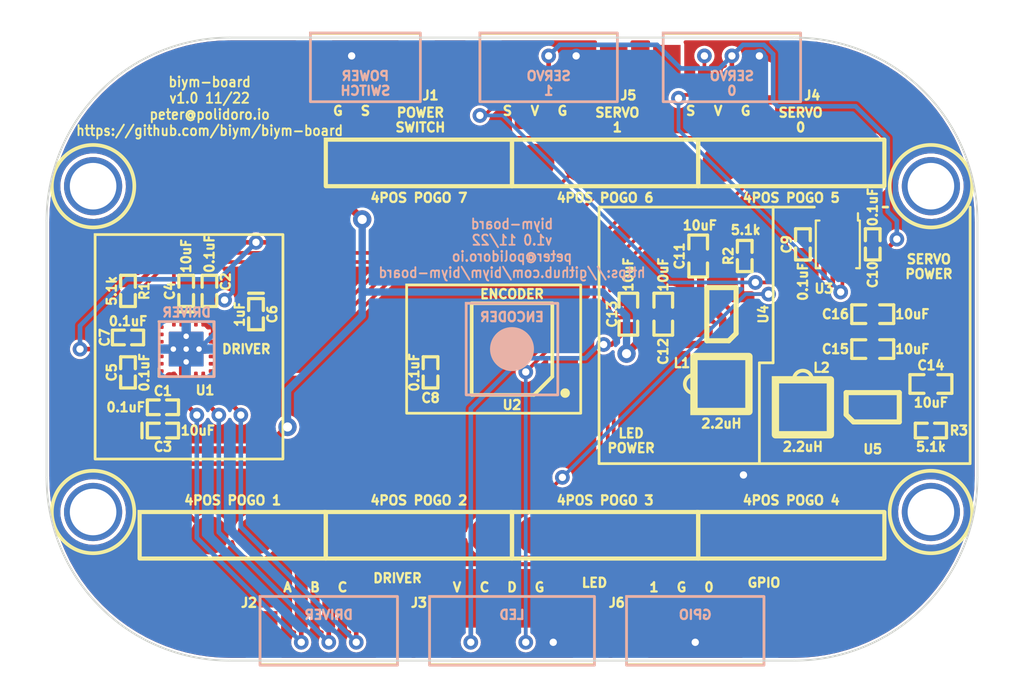
<source format=kicad_pcb>
(kicad_pcb (version 20211014) (generator pcbnew)
  (title_block (title "biym-board") (date "2022-11-19") (rev "1.0") (company "Peter Polidoro"))
  (layers (0 "F.Cu" signal) (31 "B.Cu" signal) (34 "B.Paste" user) (35 "F.Paste" user) (36 "B.SilkS" user "B.Silkscreen") (37 "F.SilkS" user "F.Silkscreen") (38 "B.Mask" user) (39 "F.Mask" user) (44 "Edge.Cuts" user))
  (net 0 "")
  (net 2 "/VDIGITAL")
  (net 3 "/GND")
  (net 4 "/ENCODER_A")
  (net 5 "/ENCODER_B")
  (net 6 "/GPIO_0")
  (net 7 "/GPIO_1")
  (net 8 "/SCK")
  (net 9 "/MOSI")
  (net 10 "/MISO")
  (net 11 "/VSERVO")
  (net 12 "/VLED")
  (net 13 "/~{DRIVER_FAULT}")
  (net 14 "/~{DRIVER_SLEEP}")
  (net 15 "/DRIVER_PWM_A")
  (net 16 "/DRIVER_PWM_B")
  (net 17 "/DRIVER_PWM_C")
  (net 18 "/~{DISABLE_ALL_POWER}")
  (net 19 "/ENABLE_LED_POWER")
  (net 21 "/VBATTERY")
  (net 22 "/SERVO_SIGNAL_0")
  (net 23 "/driver/CP")
  (net 24 "/driver/VDD")
  (net 25 "/driver/CSAREF")
  (net 26 "/~{ENCODER_CS}")
  (net 27 "/SERVO_SIGNAL_1")
  (net 28 "/driver/MOTOR_A")
  (net 29 "/driver/MOTOR_B")
  (net 30 "/driver/MOTOR_C")
  (net 31 "/servo/TRANSLATED_SIGNAL_0")
  (net 32 "/servo/TRANSLATED_SIGNAL_1")
  (net 33 "/ENABLE_SERVO_POWER")
  (net 34 "/power/boost_led/LX")
  (net 35 "/power/boost_servo/LX")
  (footprint "Janelia:SM0603" (layer "F.Cu") (at 146.35 98.095 180)
    (fp_text reference "C13")
    (fp_text value "10uF")
  )
  (footprint "Janelia:SM0402_POL" (layer "F.Cu") (at 122.22 96.825 180)
    (fp_text reference "C4")
    (fp_text value "10uF")
  )
  (footprint "Janelia:JST_ZH_B2B_ZR_SM4_TF_1x02-1MP_P1.50mm_Vertical" (layer "F.Cu") (at 132 85)
    (fp_text reference "J1")
    (fp_text value "HEADER_01X02_JST_ZH_SMD_VERTICAL")
  )
  (footprint "Janelia:JST_ZH_B3B_ZR_SM4_TF_1x03-1MP_P1.50mm_Vertical" (layer "F.Cu") (at 142 85)
    (fp_text reference "J5")
    (fp_text value "HEADER_01X03_JST_ZH_SMD_VERTICAL")
  )
  (footprint "Janelia:SM0402" (layer "F.Cu") (at 119.045 96.825)
    (fp_text reference "R1")
    (fp_text value "5.1k")
  )
  (footprint "Janelia:SM0603" (layer "F.Cu") (at 162.86 101.905 90)
    (fp_text reference "C14")
    (fp_text value "10uF")
  )
  (footprint "Janelia:JST_ZH_B3B_ZR_SM4_TF_1x03-1MP_P1.50mm_Vertical" (layer "F.Cu") (at 130 115 180)
    (fp_text reference "J2")
    (fp_text value "HEADER_01X03_JST_ZH_SMD_VERTICAL")
  )
  (footprint "Janelia:SOT-23-5" (layer "F.Cu") (at 151.43 98.095 180)
    (fp_text reference "U4")
    (fp_text value "BOOST_5V_RP402N501F")
  )
  (footprint "Janelia:SM0402" (layer "F.Cu") (at 120.95 103.175 90)
    (fp_text reference "C1")
    (fp_text value "0.1uF")
  )
  (footprint "Janelia:FEATHERWING_POGO_PINS" (layer "F.Cu") (at 140 100)
    (fp_text reference "FW1")
    (fp_text value "FEATHERWING_nRF52_POGO_PINS")
  )
  (footprint "Janelia:SM0603" (layer "F.Cu") (at 159.685 100 90)
    (fp_text reference "C15")
    (fp_text value "10uF")
  )
  (footprint "Janelia:SM0402" (layer "F.Cu") (at 123.49 96.825 180)
    (fp_text reference "C2")
    (fp_text value "0.1uF")
  )
  (footprint "Janelia:SM0603" (layer "F.Cu") (at 150.16 94.92 180)
    (fp_text reference "C11")
    (fp_text value "10uF")
  )
  (footprint "Janelia:SM0402" (layer "F.Cu") (at 119.045 101.27 180)
    (fp_text reference "C5")
    (fp_text value "0.1uF")
  )
  (footprint "Janelia:SM0402" (layer "F.Cu") (at 119.045 99.365 -90)
    (fp_text reference "C7")
    (fp_text value "0.1uF")
  )
  (footprint "Janelia:SM0603" (layer "F.Cu") (at 159.685 98.095 90)
    (fp_text reference "C16")
    (fp_text value "10uF")
  )
  (footprint "Janelia:JST_ZH_B3B_ZR_SM4_TF_1x03-1MP_P1.50mm_Vertical" (layer "F.Cu") (at 150 115 180)
    (fp_text reference "J6")
    (fp_text value "HEADER_01X03_JST_ZH_SMD_VERTICAL")
  )
  (footprint "Janelia:SM0402" (layer "F.Cu") (at 162.86 104.445 90)
    (fp_text reference "R3")
    (fp_text value "5.1k")
  )
  (footprint "Janelia:SOT-23-5" (layer "F.Cu") (at 159.685 103.175 90)
    (fp_text reference "U5")
    (fp_text value "BOOST_5V_RP402N501F")
  )
  (footprint "Janelia:VSSOP-8_2.4x2.1mm_P0.5mm" (layer "F.Cu") (at 157.78 94.285 -90)
    (fp_text reference "U3")
    (fp_text value "LT_SN74LVC2T45DCUT")
  )
  (footprint "Janelia:INDUCTOR_VLS_HBX" (layer "F.Cu") (at 151.43 101.905)
    (fp_text reference "L1")
    (fp_text value "2.2uH")
  )
  (footprint "Janelia:SM0402" (layer "F.Cu") (at 159.685 94.285 180)
    (fp_text reference "C10")
    (fp_text value "0.1uF")
  )
  (footprint "Janelia:SM0603" (layer "F.Cu") (at 148.255 98.095 180)
    (fp_text reference "C12")
    (fp_text value "10uF")
  )
  (footprint "Janelia:SM0402" (layer "F.Cu") (at 155.875 94.285 180)
    (fp_text reference "C9")
    (fp_text value "0.1uF")
  )
  (footprint "Janelia:SM0402" (layer "F.Cu") (at 135.555 101.27)
    (fp_text reference "C8")
    (fp_text value "0.1uF")
  )
  (footprint "Janelia:SM0402" (layer "F.Cu") (at 152.7 94.92 180)
    (fp_text reference "R2")
    (fp_text value "5.1k")
  )
  (footprint "Janelia:WQFN-24-1EP_3x3mm_P0.4mm_EP1.9x1.9mm_ThermalVias" (layer "F.Cu") (at 122.22 100)
    (fp_text reference "U1")
    (fp_text value "DRV8311H")
  )
  (footprint "Janelia:SM0402_POL" (layer "F.Cu") (at 120.95 104.445 90)
    (fp_text reference "C3")
    (fp_text value "10uF")
  )
  (footprint "Janelia:JST_ZH_B4B_ZR_SM4_TF_1x04-1MP_P1.50mm_Vertical" (layer "F.Cu") (at 140 115 180)
    (fp_text reference "J3")
    (fp_text value "HEADER_01X04_JST_ZH_SMD_VERTICAL")
  )
  (footprint "Janelia:JST_ZH_B3B_ZR_SM4_TF_1x03-1MP_P1.50mm_Vertical" (layer "F.Cu") (at 152 85)
    (fp_text reference "J4")
    (fp_text value "HEADER_01X03_JST_ZH_SMD_VERTICAL")
  )
  (footprint "Janelia:INDUCTOR_VLS_HBX" (layer "F.Cu") (at 155.875 103.175 -90)
    (fp_text reference "L2")
    (fp_text value "2.2uH")
  )
  (footprint "Janelia:SM0402_POL" (layer "F.Cu") (at 126.03 98.095)
    (fp_text reference "C6")
    (fp_text value "1uF")
  )
  (footprint "Janelia:TSSOP-14_4.4x5mm_P0.65mm" (layer "F.Cu") (at 140 100 180)
    (fp_text reference "U2")
    (fp_text value "AS5047P")
  )
  (gr_rect (start 126.25 113.5) (end 133.75 117.25) (layer "B.SilkS") (width 0.15) (fill none))
  (gr_rect (start 137.5 97.5) (end 142.5 102.5) (layer "B.SilkS") (width 0.15) (fill none))
  (gr_rect (start 135.5 113.5) (end 144.5 117.25) (layer "B.SilkS") (width 0.15) (fill none))
  (gr_rect (start 129 82.75) (end 135 86.5) (layer "B.SilkS") (width 0.15) (fill none))
  (gr_rect (start 138.25 82.75) (end 145.75 86.5) (layer "B.SilkS") (width 0.15) (fill none))
  (gr_rect (start 146.25 113.5) (end 153.75 117.25) (layer "B.SilkS") (width 0.15) (fill none))
  (gr_circle (center 140 100) (end 141.1 100) (layer "B.SilkS") (width 0.2) (fill solid))
  (gr_rect (start 148.25 82.75) (end 155.75 86.5) (layer "B.SilkS") (width 0.15) (fill none))
  (gr_rect (start 123.75 98.5) (end 120.75 101.5) (layer "B.SilkS") (width 0.15) (fill none))
  (gr_line (start 154.25 92.25) (end 156.5 92.25) (layer "F.SilkS") (width 0.15))
  (gr_line (start 154.25 100.75) (end 153.5 100.75) (layer "F.SilkS") (width 0.15))
  (gr_line (start 160.25 92.25) (end 160.5 92.25) (layer "F.SilkS") (width 0.15))
  (gr_line (start 153.5 100.75) (end 153.5 106.25) (layer "F.SilkS") (width 0.15))
  (gr_rect (start 134.25 96.5) (end 143.75 103.5) (layer "F.SilkS") (width 0.15) (fill none))
  (gr_line (start 144.75 92.25) (end 154.25 92.25) (layer "F.SilkS") (width 0.15))
  (gr_rect (start 117.25 93.75) (end 127.5 106) (layer "F.SilkS") (width 0.15) (fill none))
  (gr_line (start 153.5 106.25) (end 165 106.25) (layer "F.SilkS") (width 0.15))
  (gr_line (start 144.75 106.25) (end 144.75 92.25) (layer "F.SilkS") (width 0.15))
  (gr_line (start 153.5 106.25) (end 144.75 106.25) (layer "F.SilkS") (width 0.15))
  (gr_line (start 165 106.25) (end 165 92.25) (layer "F.SilkS") (width 0.15))
  (gr_line (start 154.25 92.25) (end 154.25 100.75) (layer "F.SilkS") (width 0.15))
  (gr_line locked (start 124.6 117) (end 155.4 117) (layer "Edge.Cuts") (width 0.1))
  (gr_arc locked (start 165.4 107) (mid 162.471068 114.071068) (end 155.4 117) (layer "Edge.Cuts") (width 0.1))
  (gr_line locked (start 124.6 83) (end 155.4 83) (layer "Edge.Cuts") (width 0.1))
  (gr_arc locked (start 124.6 117) (mid 117.528932 114.071068) (end 114.6 107) (layer "Edge.Cuts") (width 0.1))
  (gr_line locked (start 165.4 93) (end 165.4 107) (layer "Edge.Cuts") (width 0.1))
  (gr_line locked (start 114.6 93) (end 114.6 107) (layer "Edge.Cuts") (width 0.1))
  (gr_arc locked (start 114.6 93) (mid 117.528932 85.928932) (end 124.6 83) (layer "Edge.Cuts") (width 0.1))
  (gr_arc locked (start 155.4 83) (mid 162.471068 85.928932) (end 165.4 93) (layer "Edge.Cuts") (width 0.1))
  (gr_text "LED" (at 140 114.5) (layer "B.SilkS") (effects (font (size 0.5 0.5) (thickness 0.125)) (justify mirror)))
  (gr_text "DRIVER" (at 130 114.5) (layer "B.SilkS") (effects (font (size 0.5 0.5) (thickness 0.125)) (justify mirror)))
  (gr_text "POWER\nSWITCH" (at 132 85.5) (layer "B.SilkS") (effects (font (size 0.5 0.5) (thickness 0.125)) (justify mirror)))
  (gr_text "DRIVER" (at 122.25 98) (layer "B.SilkS") (effects (font (size 0.5 0.5) (thickness 0.125)) (justify mirror)))
  (gr_text "SERVO\n0" (at 152 85.5) (layer "B.SilkS") (effects (font (size 0.5 0.5) (thickness 0.125)) (justify mirror)))
  (gr_text "biym-board\nv1.0 11/22\npeter@polidoro.io\nhttps://github.com/biym/biym-board" (at 140 94.5) (layer "B.SilkS") (effects (font (size 0.55 0.5) (thickness 0.1)) (justify mirror)))
  (gr_text "SERVO\n1" (at 142 85.5) (layer "B.SilkS") (effects (font (size 0.5 0.5) (thickness 0.125)) (justify mirror)))
  (gr_text "GPIO" (at 150 114.5) (layer "B.SilkS") (effects (font (size 0.5 0.5) (thickness 0.125)) (justify mirror)))
  (gr_text "ENCODER" (at 140 98.25) (layer "B.SilkS") (effects (font (size 0.5 0.5) (thickness 0.125)) (justify mirror)))
  (gr_text "LED\nPOWER" (at 146.5 105) (layer "F.SilkS") (effects (font (size 0.5 0.5) (thickness 0.125))))
  (gr_text "SERVO\nPOWER" (at 162.75 95.5) (layer "F.SilkS") (effects (font (size 0.5 0.5) (thickness 0.125))))
  (gr_text "B" (at 129.25 113) (layer "F.SilkS") (effects (font (size 0.5 0.5) (thickness 0.125))))
  (gr_text "G" (at 149.25 113) (layer "F.SilkS") (effects (font (size 0.5 0.5) (thickness 0.125))))
  (gr_text "D" (at 140 113) (layer "F.SilkS") (effects (font (size 0.5 0.5) (thickness 0.125))))
  (gr_text "LED" (at 144.5 112.75) (layer "F.SilkS") (effects (font (size 0.5 0.5) (thickness 0.125))))
  (gr_text "DRIVER" (at 125.5 100) (layer "F.SilkS") (effects (font (size 0.5 0.5) (thickness 0.125))))
  (gr_text "SERVO\n1" (at 145.75 87.5) (layer "F.SilkS") (effects (font (size 0.5 0.5) (thickness 0.125))))
  (gr_text "biym-board\nv1.0 11/22\npeter@polidoro.io\nhttps://github.com/biym/biym-board" (at 123.5 86.75) (layer "F.SilkS") (effects (font (size 0.55 0.5) (thickness 0.1))))
  (gr_text "G" (at 130.5 87) (layer "F.SilkS") (effects (font (size 0.5 0.5) (thickness 0.125))))
  (gr_text "S" (at 132 87) (layer "F.SilkS") (effects (font (size 0.5 0.5) (thickness 0.125))))
  (gr_text "A" (at 127.75 113) (layer "F.SilkS") (effects (font (size 0.5 0.5) (thickness 0.125)) (justify mirror)))
  (gr_text "0" (at 150.75 113) (layer "F.SilkS") (effects (font (size 0.5 0.5) (thickness 0.125))))
  (gr_text "V" (at 137 113) (layer "F.SilkS") (effects (font (size 0.5 0.5) (thickness 0.125)) (justify mirror)))
  (gr_text "S" (at 149.75 87) (layer "F.SilkS") (effects (font (size 0.5 0.5) (thickness 0.125))))
  (gr_text "ENCODER" (at 140 97) (layer "F.SilkS") (effects (font (size 0.5 0.5) (thickness 0.125))))
  (gr_text "SERVO\n0" (at 155.75 87.5) (layer "F.SilkS") (effects (font (size 0.5 0.5) (thickness 0.125))))
  (gr_text "G" (at 152.75 87) (layer "F.SilkS") (effects (font (size 0.5 0.5) (thickness 0.125))))
  (gr_text "S" (at 139.75 87) (layer "F.SilkS") (effects (font (size 0.5 0.5) (thickness 0.125))))
  (gr_text "C" (at 138.5 113) (layer "F.SilkS") (effects (font (size 0.5 0.5) (thickness 0.125))))
  (gr_text "DRIVER" (at 133.75 112.5) (layer "F.SilkS") (effects (font (size 0.5 0.5) (thickness 0.125))))
  (gr_text "G" (at 142.75 87) (layer "F.SilkS") (effects (font (size 0.5 0.5) (thickness 0.125))))
  (gr_text "V" (at 141.25 87) (layer "F.SilkS") (effects (font (size 0.5 0.5) (thickness 0.125))))
  (gr_text "V" (at 151.25 87) (layer "F.SilkS") (effects (font (size 0.5 0.5) (thickness 0.125))))
  (gr_text "1" (at 147.75 113) (layer "F.SilkS") (effects (font (size 0.5 0.5) (thickness 0.125))))
  (gr_text "C" (at 130.75 113) (layer "F.SilkS") (effects (font (size 0.5 0.5) (thickness 0.125))))
  (gr_text "POWER\nSWITCH" (at 135 87.5) (layer "F.SilkS") (effects (font (size 0.5 0.5) (thickness 0.125))))
  (gr_text "GPIO" (at 153.75 112.75) (layer "F.SilkS") (effects (font (size 0.5 0.5) (thickness 0.125))))
  (gr_text "G" (at 141.5 113) (layer "F.SilkS") (effects (font (size 0.5 0.5) (thickness 0.125))))
  (segment (start 137.1375 100.65) (end 135.675 100.65) (width 0.25) (layer "F.Cu") (net 2))
  (segment (start 123.49 110.16) (end 118.599 105.269) (width 0.25) (layer "F.Cu") (net 2))
  (segment (start 160.3917 89.10132) (end 160.3917 90.8733) (width 0.25) (layer "F.Cu") (net 2))
  (segment (start 159.78868 88.4983) (end 160.3917 89.10132) (width 0.25) (layer "F.Cu") (net 2))
  (segment (start 156.0688 94.785) (end 155.875 94.785) (width 0.25) (layer "F.Cu") (net 2))
  (segment (start 131.8254 84.9487) (end 132.2745 84.4996) (width 0.25) (layer "F.Cu") (net 2))
  (segment (start 129.225 89.625) (end 130.3 88.55) (width 0.25) (layer "F.Cu") (net 2))
  (segment (start 132.2745 84.4996) (end 133.2597 84.4996) (width 0.25) (layer "F.Cu") (net 2))
  (segment (start 136.1983 88.4983) (end 159.78868 88.4983) (width 0.25) (layer "F.Cu") (net 2))
  (segment (start 118.2 101.4) (end 118.4 101.2) (width 0.25) (layer "F.Cu") (net 2))
  (segment (start 158.53 92.735) (end 158.53 93.36) (width 0.25) (layer "F.Cu") (net 2))
  (segment (start 123.415 98.8) (end 123.15 98.535) (width 0.25) (layer "F.Cu") (net 2))
  (segment (start 118.47 101.27) (end 120.685 101.27) (width 0.25) (layer "F.Cu") (net 2))
  (segment (start 123.685 99.2) (end 123.685 98.8) (width 0.25) (layer "F.Cu") (net 2))
  (segment (start 131.3945 88.55) (end 131.8254 88.1191) (width 0.25) (layer "F.Cu") (net 2))
  (segment (start 160.3917 90.8733) (end 158.53 92.735) (width 0.25) (layer "F.Cu") (net 2))
  (segment (start 130.3 88.55) (end 131.3945 88.55) (width 0.25) (layer "F.Cu") (net 2))
  (segment (start 123.15 98.535) (end 123.15 97.665) (width 0.25) (layer "F.Cu") (net 2))
  (segment (start 118.4 101.2) (end 117.2 100) (width 0.25) (layer "F.Cu") (net 2))
  (segment (start 137.138 100.325) (end 137.1375 100.3245) (width 0.25) (layer "F.Cu") (net 2))
  (segment (start 133.725 84.9649) (end 133.725 86.025) (width 0.25) (layer "F.Cu") (net 2))
  (segment (start 117.2 100) (end 116.4275 100) (width 0.25) (layer "F.Cu") (net 2))
  (segment (start 133.725 86.025) (end 136.1983 88.4983) (width 0.25) (layer "F.Cu") (net 2))
  (segment (start 137.1375 100.65) (end 137.138 100.65) (width 0.25) (layer "F.Cu") (net 2))
  (segment (start 158.53 93.36) (end 158.455 93.36) (width 0.25) (layer "F.Cu") (net 2))
  (segment (start 118.2 104.87) (end 118.2 101.4) (width 0.25) (layer "F.Cu") (net 2))
  (segment (start 123.685 98.8) (end 123.415 98.8) (width 0.25) (layer "F.Cu") (net 2))
  (segment (start 157.03 95.2412) (end 157.03 94.785) (width 0.25) (layer "F.Cu") (net 2))
  (segment (start 126.03 94.1755) (end 121.817 94.1755) (width 0.25) (layer "F.Cu") (net 2))
  (segment (start 118.4 101.2) (end 118.47 101.27) (width 0.25) (layer "F.Cu") (net 2))
  (segment (start 120.685 101.27) (end 120.755 101.2) (width 0.25) (layer "F.Cu") (net 2))
  (segment (start 123.15 97.665) (end 123.49 97.325) (width 0.25) (layer "F.Cu") (net 2))
  (segment (start 137.138 100.325) (end 137.138 100) (width 0.25) (layer "F.Cu") (net 2))
  (segment (start 137.1375 100.3245) (end 137.1375 100) (width 0.25) (layer "F.Cu") (net 2))
  (segment (start 131.8254 88.1191) (end 131.8254 84.9487) (width 0.25) (layer "F.Cu") (net 2))
  (segment (start 158.455 93.36) (end 157.03 94.785) (width 0.25) (layer "F.Cu") (net 2))
  (segment (start 156.0688 94.785) (end 156.45 94.785) (width 0.25) (layer "F.Cu") (net 2))
  (segment (start 157.03 94.785) (end 156.45 94.785) (width 0.25) (layer "F.Cu") (net 2))
  (segment (start 126.03 94.1755) (end 127.0745 94.1755) (width 0.25) (layer "F.Cu") (net 2))
  (segment (start 122.22 97.325) (end 123.49 97.325) (width 0.25) (layer "F.Cu") (net 2))
  (segment (start 137.138 100.65) (end 137.138 100.325) (width 0.25) (layer "F.Cu") (net 2))
  (segment (start 133.2597 84.4996) (end 133.725 84.9649) (width 0.25) (layer "F.Cu") (net 2))
  (segment (start 127.0745 94.1755) (end 129.225 92.025) (width 0.25) (layer "F.Cu") (net 2))
  (segment (start 135.675 100.65) (end 135.555 100.77) (width 0.25) (layer "F.Cu") (net 2))
  (segment (start 119.6675 96.325) (end 119.045 96.325) (width 0.25) (layer "F.Cu") (net 2))
  (segment (start 123.49 97.325) (end 124.3154 97.325) (width 0.25) (layer "F.Cu") (net 2))
  (segment (start 129.225 92.025) (end 129.225 89.625) (width 0.25) (layer "F.Cu") (net 2))
  (segment (start 119.58 106.25) (end 118.599 105.269) (width 0.25) (layer "F.Cu") (net 2))
  (segment (start 118.599 105.269) (end 118.2 104.87) (width 0.25) (layer "F.Cu") (net 2))
  (segment (start 121.817 94.1755) (end 119.6675 96.325) (width 0.25) (layer "F.Cu") (net 2))
  (segment (start 157.03 95.835) (end 157.03 95.2412) (width 0.25) (layer "F.Cu") (net 2))
  (segment (start 130.075 106.25) (end 119.58 106.25) (width 0.25) (layer "F.Cu") (net 2))
  (segment (start 135.555 100.77) (end 130.075 106.25) (width 0.25) (layer "F.Cu") (net 2))
  (via (at 116.4275 100) (size 0.8) (drill 0.4) (layers "F.Cu" "B.Cu") (net 2))
  (via (at 124.3154 97.325) (size 0.8) (drill 0.4) (layers "F.Cu" "B.Cu") (net 2))
  (via (at 126.03 94.1755) (size 0.8) (drill 0.4) (layers "F.Cu" "B.Cu") (net 2))
  (segment (start 118.9616 96.19) (end 116.4275 98.7241) (width 0.25) (layer "B.Cu") (net 2))
  (segment (start 126.03 94.1755) (end 124.76 95.4455) (width 0.25) (layer "B.Cu") (net 2))
  (segment (start 126.03 94.1755) (end 124.0155 96.19) (width 0.25) (layer "B.Cu") (net 2))
  (segment (start 124.76 96.8804) (end 124.3154 97.325) (width 0.25) (layer "B.Cu") (net 2))
  (segment (start 124.76 95.4455) (end 124.76 96.8804) (width 0.25) (layer "B.Cu") (net 2))
  (segment (start 116.4275 98.7241) (end 116.4275 100) (width 0.25) (layer "B.Cu") (net 2))
  (segment (start 124.0155 96.19) (end 118.9616 96.19) (width 0.25) (layer "B.Cu") (net 2))
  (segment (start 118.3775 98.6225) (end 118.3775 95.8989) (width 0.25) (layer "F.Cu") (net 3))
  (segment (start 118.545 99.365) (end 118.545 98.79) (width 0.25) (layer "F.Cu") (net 3))
  (segment (start 154.6 87.5) (end 153.5 86.4) (width 0.25) (layer "F.Cu") (net 3))
  (segment (start 121.45 103.175) (end 121.45 102.3) (width 0.25) (layer "F.Cu") (net 3))
  (segment (start 159.685 104.815) (end 159.685 104.3125) (width 0.25) (layer "F.Cu") (net 3))
  (segment (start 155.875 93.785) (end 155.3 93.785) (width 0.25) (layer "F.Cu") (net 3))
  (segment (start 152.6305 106.8695) (end 154 105.5) (width 0.25) (layer "F.Cu") (net 3))
  (segment (start 159.685 93.785) (end 159.715 93.785) (width 0.25) (layer "F.Cu") (net 3))
  (segment (start 155.875 93.785) (end 156.45 93.785) (width 0.25) (layer "F.Cu") (net 3))
  (segment (start 122.745 100) (end 122.8325 100) (width 0.25) (layer "F.Cu") (net 3))
  (segment (start 119.5756 110.7322) (end 119.5756 107.7092) (width 0.25) (layer "F.Cu") (net 3))
  (segment (start 147.4187 113.8687) (end 147.75 114.2) (width 0.25) (layer "F.Cu") (net 3))
  (segment (start 122.9199 100) (end 122.92 100) (width 0.25) (layer "F.Cu") (net 3))
  (segment (start 127.1912 111.5388) (end 120.3822 111.5388) (width 0.25) (layer "F.Cu") (net 3))
  (segment (start 160.75 92.75) (end 160.75 88) (width 0.25) (layer "F.Cu") (net 3))
  (segment (start 136.025 101.3) (end 135.555 101.77) (width 0.25) (layer "F.Cu") (net 3))
  (segment (start 127 98) (end 126.405 98.595) (width 0.25) (layer "F.Cu") (net 3))
  (segment (start 150.16 94.1834) (end 152.463 94.1834) (width 0.25) (layer "F.Cu") (net 3))
  (segment (start 152.463 94.1834) (end 152.5815 94.3017) (width 0.25) (layer "F.Cu") (net 3))
  (segment (start 163.597 101.597) (end 163.597 101.751) (width 0.25) (layer "F.Cu") (net 3))
  (segment (start 122.9146 100) (end 122.9173 100) (width 0.25) (layer "F.Cu") (net 3))
  (segment (start 140.2164 99.35) (end 142.8625 99.35) (width 0.25) (layer "F.Cu") (net 3))
  (segment (start 121.95 101.465) (end 121.95 100.97) (width 0.25) (layer "F.Cu") (net 3))
  (segment (start 122.9187 100) (end 122.9194 100) (width 0.25) (layer "F.Cu") (net 3))
  (segment (start 144.3584 99.9587) (end 144.3584 99.35) (width 0.25) (layer "F.Cu") (net 3))
  (segment (start 152.1373 98.095) (end 151.604 97.5617) (width 0.25) (layer "F.Cu") (net 3))
  (segment (start 162 100) (end 163.597 101.597) (width 0.25) (layer "F.Cu") (net 3))
  (segment (start 163.36 102.4564) (end 162.7414 103.075) (width 0.25) (layer "F.Cu") (net 3))
  (segment (start 163.36 102.142) (end 163.36 102.4564) (width 0.25) (layer "F.Cu") (net 3))
  (segment (start 145.8202 97.8882) (end 144.3584 99.35) (width 0.25) (layer "F.Cu") (net 3))
  (segment (start 160.422 99.0475) (end 160.4216 99.0471) (width 0.25) (layer "F.Cu") (net 3))
  (segment (start 122.22 100) (end 122.57 100) (width 0.25) (layer "F.Cu") (net 3))
  (segment (start 131.25 86.4) (end 131.25 88.225) (width 0.25) (layer "F.Cu") (net 3))
  (segment (start 128.57 110.16) (end 127.1912 111.5388) (width 0.25) (layer "F.Cu") (net 3))
  (segment (start 160.25 87.5) (end 154.6 87.5) (width 0.25) (layer "F.Cu") (net 3))
  (segment (start 120.3822 111.5388) (end 119.5756 110.7322) (width 0.25) (layer "F.Cu") (net 3))
  (segment (start 150.16 94.1834) (end 150.16 94.7132) (width 0.25) (layer "F.Cu") (net 3))
  (segment (start 142.25 113.6) (end 142.25 113.8687) (width 0.25) (layer "F.Cu") (net 3))
  (segment (start 135.555 101.77) (end 135.555 102.295) (width 0.25) (layer "F.Cu") (net 3))
  (segment (start 127 97) (end 127 98) (width 0.25) (layer "F.Cu") (net 3))
  (segment (start 163.597 101.751) (end 163.597 101.905) (width 0.25) (layer "F.Cu") (net 3))
  (segment (start 123.49 96.325) (end 126.325 96.325) (width 0.25) (layer "F.Cu") (net 3))
  (segment (start 147.75 114.2) (end 147.75 115.2432) (width 0.25) (layer "F.Cu") (net 3))
  (segment (start 147.75 115.2432) (end 148.5068 116) (width 0.25) (layer "F.Cu") (net 3))
  (segment (start 160.75 88) (end 160.25 87.5) (width 0.25) (layer "F.Cu") (net 3))
  (segment (start 156.7813 93.4537) (end 156.45 93.785) (width 0.25) (layer "F.Cu") (net 3))
  (segment (start 160.5569 103.075) (end 159.685 103.9469) (width 0.25) (layer "F.Cu") (net 3))
  (segment (start 149.5976 105.1979) (end 144.3584 99.9587) (width 0.25) (layer "F.Cu") (net 3))
  (segment (start 143.5 86.4) (end 143.5 84) (width 0.25) (layer "F.Cu") (net 3))
  (segment (start 160.422 98.095) (end 160.422 99.0475) (width 0.25) (layer "F.Cu") (net 3))
  (segment (start 146.35 97.8882) (end 145.8202 97.8882) (width 0.25) (layer "F.Cu") (net 3))
  (segment (start 126.405 98.595) (end 126.03 98.595) (width 0.25) (layer "F.Cu") (net 3))
  (segment (start 163.5966 101.7514) (end 163.5966 101.905) (width 0.25) (layer "F.Cu") (net 3))
  (segment (start 163.597 101.751) (end 163.5966 101.7514) (width 0.25) (layer "F.Cu") (net 3))
  (segment (start 128.57 110.16) (end 128.57 109.28) (width 0.25) (layer "F.Cu") (net 3))
  (segment (start 160.4216 99.5241) (end 160.4216 100) (width 0.25) (layer "F.Cu") (net 3))
  (segment (start 160.422 99.5237) (end 160.4216 99.5241) (width 0.25) (layer "F.Cu") (net 3))
  (segment (start 148.5068 116) (end 150 116) (width 0.25) (layer "F.Cu") (net 3))
  (segment (start 126.0514 88.225) (end 131.25 88.225) (width 0.25) (layer "F.Cu") (net 3))
  (segment (start 160.422 99.5237) (end 160.422 100) (width 0.25) (layer "F.Cu") (net 3))
  (segment (start 149.9477 94.7132) (end 147.3025 97.3584) (width 0.25) (layer "F.Cu") (net 3))
  (segment (start 115.25 100) (end 115.885 99.365) (width 0.25) (layer "F.Cu") (net 3))
  (segment (start 137.138 101.3) (end 137.1375 101.3) (width 0.25) (layer "F.Cu") (net 3))
  (segment (start 150 113.6) (end 150 116) (width 0.25) (layer "F.Cu") (net 3))
  (segment (start 146.35 97.3584) (end 146.35 97.8882) (width 0.25) (layer "F.Cu") (net 3))
  (segment (start 150.16 94.7132) (end 149.9477 94.7132) (width 0.25) (layer "F.Cu") (net 3))
  (segment (start 122.8325 100) (end 122.8763 100) (width 0.25) (layer "F.Cu") (net 3))
  (segment (start 159 105.5) (end 159.685 104.815) (width 0.25) (layer "F.Cu") (net 3))
  (segment (start 137.138 101.3) (end 138.2664 101.3) (width 0.25) (layer "F.Cu") (net 3))
  (segment (start 150.9589 105.1979) (end 149.5976 105.1979) (width 0.25) (layer "F.Cu") (net 3))
  (segment (start 115.885 99.365) (end 118.545 99.365) (width 0.25) (layer "F.Cu") (net 3))
  (segment (start 125.405 98.595) (end 126.03 98.595) (width 0.25) (layer "F.Cu") (net 3))
  (segment (start 151.604 97.5617) (end 151.604 96.0205) (width 0.25) (layer "F.Cu") (net 3))
  (segment (start 126.325 96.325) (end 127 97) (width 0.25) (layer "F.Cu") (net 3))
  (segment (start 163.36 102.4564) (end 163.36 104.445) (width 0.25) (layer "F.Cu") (net 3))
  (segment (start 152.5815 94.3017) (end 154.7833 94.3017) (width 0.25) (layer "F.Cu") (net 3))
  (segment (start 144.3584 99.35) (end 142.8625 99.35) (width 0.25) (layer "F.Cu") (net 3))
  (segment (start 123.685 100) (end 122.92 100) (width 0.25) (layer "F.Cu") (net 3))
  (segment (start 119.5756 107.7092) (end 115.25 103.3836) (width 0.25) (layer "F.Cu") (net 3))
  (segment (start 142.25 113.8687) (end 147.4187 113.8687) (width 0.25) (layer "F.Cu") (net 3))
  (segment (start 160.422 100) (end 162 100) (width 0.25) (layer "F.Cu") (net 3))
  (segment (start 151.604 96.0205) (end 150.2967 94.7132) (width 0.25) (layer "F.Cu") (net 3))
  (segment (start 121.45 102.3) (end 121.95 101.8) (width 0.25) (layer "F.Cu") (net 3))
  (segment (start 150.2967 94.7132) (end 150.16 94.7132) (width 0.25) (layer "F.Cu") (net 3))
  (segment (start 122.9197 100) (end 122.9199 100) (width 0.25) (layer "F.Cu") (net 3))
  (segment (start 154 105.5) (end 159 105.5) (width 0.25) (layer "F.Cu") (net 3))
  (segment (start 163.597 101.905) (end 163.36 102.142) (width 0.25) (layer "F.Cu") (net 3))
  (segment (start 121.95 100.97) (end 122.22 100.7) (width 0.25) (layer "F.Cu") (net 3))
  (segment (start 147.3025 97.3584) (end 148.255 97.3584) (width 0.25) (layer "F.Cu") (net 3))
  (segment (start 160.422 99.0475) (end 160.422 99.5237) (width 0.25) (layer "F.Cu") (net 3))
  (segment (start 157.03 93.4537) (end 156.7813 93.4537) (width 0.25) (layer "F.Cu") (net 3))
  (segment (start 122.8763 100) (end 122.8982 100) (width 0.25) (layer "F.Cu") (net 3))
  (segment (start 122.9194 100) (end 122.9197 100) (width 0.25) (layer "F.Cu") (net 3))
  (segment (start 122.8982 100) (end 122.9091 100) (width 0.25) (layer "F.Cu") (net 3))
  (segment (start 157.03 92.735) (end 157.03 93.36) (width 0.25) (layer "F.Cu") (net 3))
  (segment (start 122.22 96.325) (end 123.49 96.325) (width 0.25) (layer "F.Cu") (net 3))
  (segment (start 122.57 100) (end 122.745 100) (width 0.25) (layer "F.Cu") (net 3))
  (segment (start 115.25 103.3836) (end 115.25 100) (width 0.25) (layer "F.Cu") (net 3))
  (segment (start 162.7414 103.075) (end 160.5569 103.075) (width 0.25) (layer "F.Cu") (net 3))
  (segment (start 118.3775 95.8989) (end 126.0514 88.225) (width 0.25) (layer "F.Cu") (net 3))
  (segment (start 124 100) (end 125.405 98.595) (width 0.25) (layer "F.Cu") (net 3))
  (segment (start 157.03 93.36) (end 157.03 93.4537) (width 0.25) (layer "F.Cu") (net 3))
  (segment (start 152.5675 98.095) (end 152.1373 98.095) (width 0.25) (layer "F.Cu") (net 3))
  (segment (start 154.7833 94.3017) (end 155.3 93.785) (width 0.25) (layer "F.Cu") (net 3))
  (segment (start 121.45 104.445) (end 121.45 103.175) (width 0.25) (layer "F.Cu") (net 3))
  (segment (start 122.9091 100) (end 122.9146 100) (width 0.25) (layer "F.Cu") (net 3))
  (segment (start 152.6305 106.8695) (end 150.9589 105.1979) (width 0.25) (layer "F.Cu") (net 3))
  (segment (start 137.1375 101.3) (end 136.025 101.3) (width 0.25) (layer "F.Cu") (net 3))
  (segment (start 122.9173 100) (end 122.9187 100) (width 0.25) (layer "F.Cu") (net 3))
  (segment (start 121.95 101.8) (end 121.95 101.465) (width 0.25) (layer "F.Cu") (net 3))
  (segment (start 152.5815 94.3017) (end 152.7 94.42) (width 0.25) (layer "F.Cu") (net 3))
  (segment (start 146.35 97.3584) (end 147.3025 97.3584) (width 0.25) (layer "F.Cu") (net 3))
  (segment (start 159.715 93.785) (end 160.75 92.75) (width 0.25) (layer "F.Cu") (net 3))
  (segment (start 123.685 100) (end 124 100) (width 0.25) (layer "F.Cu") (net 3))
  (segment (start 153.5 86.4) (end 153.5 84) (width 0.25) (layer "F.Cu") (net 3))
  (segment (start 118.545 98.79) (end 118.3775 98.6225) (width 0.25) (layer "F.Cu") (net 3))
  (segment (start 128.57 109.28) (end 135.555 102.295) (width 0.25) (layer "F.Cu") (net 3))
  (segment (start 131.25 86.4) (end 131.25 84) (width 0.25) (layer "F.Cu") (net 3))
  (segment (start 159.685 103.9469) (end 159.685 104.3125) (width 0.25) (layer "F.Cu") (net 3))
  (segment (start 142.25 113.8687) (end 142.25 116) (width 0.25) (layer "F.Cu") (net 3))
  (segment (start 160.4216 99.0471) (end 160.4216 98.095) (width 0.25) (layer "F.Cu") (net 3))
  (segment (start 138.2664 101.3) (end 140.2164 99.35) (width 0.25) (layer "F.Cu") (net 3))
  (via (at 152.6305 106.8695) (size 0.8) (drill 0.4) (layers "F.Cu" "B.Cu") (net 3))
  (via (at 142.25 116) (size 0.8) (drill 0.4) (layers "F.Cu" "B.Cu") (net 3))
  (via (at 150 116) (size 0.8) (drill 0.4) (layers "F.Cu" "B.Cu") (net 3))
  (via (at 153.5 84) (size 0.8) (drill 0.4) (layers "F.Cu" "B.Cu") (net 3))
  (via (at 143.5 84) (size 0.8) (drill 0.4) (layers "F.Cu" "B.Cu") (net 3))
  (via (at 131.25 84) (size 0.8) (drill 0.4) (layers "F.Cu" "B.Cu") (net 3))
  (segment (start 152.6305 113.3695) (end 150 116) (width 0.25) (layer "B.Cu") (net 3))
  (segment (start 142.7148 84.7852) (end 131.25 84.7852) (width 0.25) (layer "B.Cu") (net 3))
  (segment (start 122.22 100.7) (end 122.22 100) (width 0.25) (layer "B.Cu") (net 3))
  (segment (start 122.22 100) (end 122.22 99.3) (width 0.25) (layer "B.Cu") (net 3))
  (segment (start 121.52 100) (end 122.22 100) (width 0.25) (layer "B.Cu") (net 3))
  (segment (start 131.25 84) (end 131.25 84.7852) (width 0.25) (layer "B.Cu") (net 3))
  (segment (start 143.5 84) (end 142.7148 84.7852) (width 0.25) (layer "B.Cu") (net 3))
  (segment (start 131.25 91.67) (end 122.92 100) (width 0.25) (layer "B.Cu") (net 3))
  (segment (start 144.75 85.25) (end 152.25 85.25) (width 0.25) (layer "B.Cu") (net 3))
  (segment (start 131.25 84.7852) (end 131.25 91.67) (width 0.25) (layer "B.Cu") (net 3))
  (segment (start 143.5 84) (end 144.75 85.25) (width 0.25) (layer "B.Cu") (net 3))
  (segment (start 152.25 85.25) (end 153.5 84) (width 0.25) (layer "B.Cu") (net 3))
  (segment (start 152.6305 106.8695) (end 152.6305 113.3695) (width 0.25) (layer "B.Cu") (net 3))
  (segment (start 150.5 92.5) (end 151.43 91.57) (width 0.2) (layer "F.Cu") (net 4))
  (segment (start 148.25 92.5) (end 150.5 92.5) (width 0.2) (layer "F.Cu") (net 4))
  (segment (start 142.862 98.05) (end 142.8625 98.05) (width 0.2) (layer "F.Cu") (net 4))
  (segment (start 151.43 91.57) (end 151.43 89.84) (width 0.2) (layer "F.Cu") (net 4))
  (segment (start 143.7 98.05) (end 144.5 97.25) (width 0.2) (layer "F.Cu") (net 4))
  (segment (start 142.8625 98.05) (end 143.7 98.05) (width 0.2) (layer "F.Cu") (net 4))
  (segment (start 144.5 96.25) (end 148.25 92.5) (width 0.2) (layer "F.Cu") (net 4))
  (segment (start 144.5 97.25) (end 144.5 96.25) (width 0.2) (layer "F.Cu") (net 4))
  (segment (start 143.8 98.7) (end 145 97.5) (width 0.2) (layer "F.Cu") (net 5))
  (segment (start 148.5 93) (end 150.81 93) (width 0.2) (layer "F.Cu") (net 5))
  (segment (start 145 96.5) (end 148.5 93) (width 0.2) (layer "F.Cu") (net 5))
  (segment (start 145 97.5) (end 145 96.5) (width 0.2) (layer "F.Cu") (net 5))
  (segment (start 142.8625 98.7) (end 143.8 98.7) (width 0.2) (layer "F.Cu") (net 5))
  (segment (start 150.81 93) (end 153.97 89.84) (width 0.2) (layer "F.Cu") (net 5))
  (segment (start 142.862 98.7) (end 142.8625 98.7) (width 0.2) (layer "F.Cu") (net 5))
  (segment (start 153.07 113.6) (end 156.51 110.16) (width 0.2) (layer "F.Cu") (net 6))
  (segment (start 151.5 113.6) (end 153.07 113.6) (width 0.2) (layer "F.Cu") (net 6))
  (segment (start 152.63 111.5) (end 153.97 110.16) (width 0.2) (layer "F.Cu") (net 7))
  (segment (start 148.5 112.5) (end 149.5 111.5) (width 0.2) (layer "F.Cu") (net 7))
  (segment (start 149.5 111.5) (end 152.63 111.5) (width 0.2) (layer "F.Cu") (net 7))
  (segment (start 148.5 113.6) (end 148.5 112.5) (width 0.2) (layer "F.Cu") (net 7))
  (segment (start 139.25 113.6) (end 139.25 112.25) (width 0.2) (layer "F.Cu") (net 8))
  (segment (start 142.8625 101.3005) (end 142.962 101.4) (width 0.2) (layer "F.Cu") (net 8))
  (segment (start 142.862 101.3) (end 142.8625 101.3005) (width 0.2) (layer "F.Cu") (net 8))
  (segment (start 145.134 111.376) (end 146.35 110.16) (width 0.2) (layer "F.Cu") (net 8))
  (segment (start 140.124 111.376) (end 145.134 111.376) (width 0.2) (layer "F.Cu") (net 8))
  (segment (start 145.225 109.035) (end 146.35 110.16) (width 0.2) (layer "F.Cu") (net 8))
  (segment (start 143.525 101.4) (end 145.225 103.1) (width 0.2) (layer "F.Cu") (net 8))
  (segment (start 142.962 101.4) (end 143.525 101.4) (width 0.2) (layer "F.Cu") (net 8))
  (segment (start 145.225 103.1) (end 145.225 109.035) (width 0.2) (layer "F.Cu") (net 8))
  (segment (start 142.8625 101.3005) (end 142.8625 101.3) (width 0.2) (layer "F.Cu") (net 8))
  (segment (start 139.25 112.25) (end 140.124 111.376) (width 0.2) (layer "F.Cu") (net 8))
  (segment (start 147.5 111.75) (end 147.5 111.55) (width 0.2) (layer "F.Cu") (net 9))
  (segment (start 147.5 111.55) (end 148.89 110.16) (width 0.2) (layer "F.Cu") (net 9))
  (segment (start 140.75 101.25) (end 142 100) (width 0.2) (layer "F.Cu") (net 9))
  (segment (start 140.75 113.6) (end 140.75 116) (width 0.2) (layer "F.Cu") (net 9))
  (segment (start 140.75 112.5) (end 141.5 111.75) (width 0.2) (layer "F.Cu") (net 9))
  (segment (start 141.5 111.75) (end 147.5 111.75) (width 0.2) (layer "F.Cu") (net 9))
  (segment (start 142.862 100) (end 142.8625 100) (width 0.2) (layer "F.Cu") (net 9))
  (segment (start 140.75 113.6) (end 140.75 112.5) (width 0.2) (layer "F.Cu") (net 9))
  (segment (start 142 100) (end 142.862 100) (width 0.2) (layer "F.Cu") (net 9))
  (via (at 140.75 116) (size 0.8) (drill 0.4) (layers "F.Cu" "B.Cu") (net 9))
  (via (at 140.75 101.25) (size 0.8) (drill 0.4) (layers "F.Cu" "B.Cu") (net 9))
  (segment (start 140.75 116) (end 140.75 101.25) (width 0.2) (layer "B.Cu") (net 9))
  (segment (start 143.338909 100.65) (end 145.55 102.861091) (width 0.2) (layer "F.Cu") (net 10))
  (segment (start 142.862 100.65) (end 142.8625 100.65) (width 0.2) (layer "F.Cu") (net 10))
  (segment (start 142.8625 100.65) (end 143.338909 100.65) (width 0.2) (layer "F.Cu") (net 10))
  (segment (start 145.55 107.8) (end 146.425 108.675) (width 0.2) (layer "F.Cu") (net 10))
  (segment (start 145.55 102.861091) (end 145.55 107.8) (width 0.2) (layer "F.Cu") (net 10))
  (segment (start 146.425 108.675) (end 149.945 108.675) (width 0.2) (layer "F.Cu") (net 10))
  (segment (start 149.945 108.675) (end 151.43 110.16) (width 0.2) (layer "F.Cu") (net 10))
  (segment (start 158.948 96.878) (end 158.53 96.46) (width 0.25) (layer "F.Cu") (net 11))
  (segment (start 158.948 100.4379) (end 158.948 99.2885) (width 0.25) (layer "F.Cu") (net 11))
  (segment (start 158.53 95.835) (end 158.53 95.21) (width 0.25) (layer "F.Cu") (net 11))
  (segment (start 158.948 99.2885) (end 158.948 98.095) (width 0.25) (layer "F.Cu") (net 11))
  (segment (start 158.7352 102.0377) (end 158.948 101.824) (width 0.25) (layer "F.Cu") (net 11))
  (segment (start 158.948 100.4379) (end 158.9484 100.4375) (width 0.25) (layer "F.Cu") (net 11))
  (segment (start 158.948 99.2885) (end 158.9484 99.2881) (width 0.25) (layer "F.Cu") (net 11))
  (segment (start 158.9484 100.4375) (end 158.9484 100) (width 0.25) (layer "F.Cu") (net 11))
  (segment (start 158.735 102.0375) (end 158.7352 102.0377) (width 0.25) (layer "F.Cu") (net 11))
  (segment (start 159.685 94.785) (end 160.215 94.785) (width 0.25) (layer "F.Cu") (net 11))
  (segment (start 159.3975 94.785) (end 159.685 94.785) (width 0.25) (layer "F.Cu") (net 11))
  (segment (start 158.735 102.038) (end 158.7352 102.0377) (width 0.25) (layer "F.Cu") (net 11))
  (segment (start 160.215 94.785) (end 161 94) (width 0.25) (layer "F.Cu") (net 11))
  (segment (start 159.11 94.785) (end 158.685 95.21) (width 0.25) (layer "F.Cu") (net 11))
  (segment (start 159.3975 94.785) (end 159.11 94.785) (width 0.25) (layer "F.Cu") (net 11))
  (segment (start 142 86.4) (end 142 84) (width 0.25) (layer "F.Cu") (net 11))
  (segment (start 158.948 101.824) (end 158.948 100.4379) (width 0.25) (layer "F.Cu") (net 11))
  (segment (start 152 86.4) (end 152 84) (width 0.25) (layer "F.Cu") (net 11))
  (segment (start 158.685 95.21) (end 158.53 95.21) (width 0.25) (layer "F.Cu") (net 11))
  (segment (start 158.9484 99.2881) (end 158.9484 98.095) (width 0.25) (layer "F.Cu") (net 11))
  (segment (start 158.948 98.095) (end 158.948 96.878) (width 0.25) (layer "F.Cu") (net 11))
  (segment (start 158.53 95.835) (end 158.53 96.46) (width 0.25) (layer "F.Cu") (net 11))
  (via (at 152 84) (size 0.8) (drill 0.4) (layers "F.Cu" "B.Cu") (net 11))
  (via (at 142 84) (size 0.8) (drill 0.4) (layers "F.Cu" "B.Cu") (net 11))
  (via (at 161 94) (size 0.8) (drill 0.4) (layers "F.Cu" "B.Cu") (net 11))
  (segment (start 153.748529 83.4) (end 152.6 83.4) (width 0.25) (layer "B.Cu") (net 11))
  (segment (start 154.25 86.5) (end 154.25 83.901471) (width 0.25) (layer "B.Cu") (net 11))
  (segment (start 161 94) (end 161 93) (width 0.25) (layer "B.Cu") (net 11))
  (segment (start 152.6 83.4) (end 152 84) (width 0.25) (layer "B.Cu") (net 11))
  (segment (start 151.3173 84.6827) (end 149.1975 84.6827) (width 0.25) (layer "B.Cu") (net 11))
  (segment (start 142.6034 83.3966) (end 142 84) (width 0.25) (layer "B.Cu") (net 11))
  (segment (start 161 93) (end 160.5 92.5) (width 0.25) (layer "B.Cu") (net 11))
  (segment (start 147.9114 83.3966) (end 142.6034 83.3966) (width 0.25) (layer "B.Cu") (net 11))
  (segment (start 154.25 83.901471) (end 153.748529 83.4) (width 0.25) (layer "B.Cu") (net 11))
  (segment (start 160.5 88.5) (end 158.75 86.75) (width 0.25) (layer "B.Cu") (net 11))
  (segment (start 149.1975 84.6827) (end 147.9114 83.3966) (width 0.25) (layer "B.Cu") (net 11))
  (segment (start 160.5 92.5) (end 160.5 88.5) (width 0.25) (layer "B.Cu") (net 11))
  (segment (start 152 84) (end 151.3173 84.6827) (width 0.25) (layer "B.Cu") (net 11))
  (segment (start 154.5 86.75) (end 154.25 86.5) (width 0.25) (layer "B.Cu") (net 11))
  (segment (start 158.75 86.75) (end 154.5 86.75) (width 0.25) (layer "B.Cu") (net 11))
  (segment (start 137.75 113.6) (end 137.75 116) (width 0.25) (layer "F.Cu") (net 12))
  (segment (start 150.079 98.8316) (end 150.1855 98.9383) (width 0.25) (layer "F.Cu") (net 12))
  (segment (start 146.35 98.8316) (end 148.255 98.8316) (width 0.25) (layer "F.Cu") (net 12))
  (segment (start 145 99.75) (end 145.432 99.75) (width 0.25) (layer "F.Cu") (net 12))
  (segment (start 145.432 99.75) (end 146.35 98.8316) (width 0.25) (layer "F.Cu") (net 12))
  (segment (start 148.255 98.8316) (end 150.079 98.8316) (width 0.25) (layer "F.Cu") (net 12))
  (segment (start 150.1855 98.9383) (end 150.292 99.045) (width 0.25) (layer "F.Cu") (net 12))
  (segment (start 150.1855 98.9383) (end 150.1858 98.9383) (width 0.25) (layer "F.Cu") (net 12))
  (segment (start 150.1858 98.9383) (end 150.2925 99.045) (width 0.25) (layer "F.Cu") (net 12))
  (via (at 145 99.75) (size 0.8) (drill 0.4) (layers "F.Cu" "B.Cu") (net 12))
  (via (at 137.75 116) (size 0.8) (drill 0.4) (layers "F.Cu" "B.Cu") (net 12))
  (segment (start 144.75 99.75) (end 145 99.75) (width 0.25) (layer "B.Cu") (net 12))
  (segment (start 144 100.5) (end 144.75 99.75) (width 0.25) (layer "B.Cu") (net 12))
  (segment (start 137.75 103.25) (end 140.5 100.5) (width 0.25) (layer "B.Cu") (net 12))
  (segment (start 137.75 116) (end 137.75 103.25) (width 0.25) (layer "B.Cu") (net 12))
  (segment (start 140.5 100.5) (end 144 100.5) (width 0.25) (layer "B.Cu") (net 12))
  (segment (start 138.73 89.84) (end 138.73 92.27) (width 0.2) (layer "F.Cu") (net 13))
  (segment (start 138.25 92.75) (end 134.25 92.75) (width 0.2) (layer "F.Cu") (net 13))
  (segment (start 121.75 94.75) (end 119.75 96.75) (width 0.2) (layer "F.Cu") (net 13))
  (segment (start 134.25 92.75) (end 132.25 94.75) (width 0.2) (layer "F.Cu") (net 13))
  (segment (start 120.755 98.8) (end 120.52 98.8) (width 0.2) (layer "F.Cu") (net 13))
  (segment (start 119.75 97.25) (end 119.675 97.325) (width 0.2) (layer "F.Cu") (net 13))
  (segment (start 138.73 92.27) (end 138.25 92.75) (width 0.2) (layer "F.Cu") (net 13))
  (segment (start 132.25 94.75) (end 121.75 94.75) (width 0.2) (layer "F.Cu") (net 13))
  (segment (start 119.75 96.75) (end 119.75 97.25) (width 0.2) (layer "F.Cu") (net 13))
  (segment (start 120.52 98.8) (end 119.045 97.325) (width 0.2) (layer "F.Cu") (net 13))
  (segment (start 119.675 97.325) (end 119.045 97.325) (width 0.2) (layer "F.Cu") (net 13))
  (segment (start 141.27 91.73) (end 141.27 89.84) (width 0.2) (layer "F.Cu") (net 14))
  (segment (start 134.5 93.25) (end 139.75 93.25) (width 0.2) (layer "F.Cu") (net 14))
  (segment (start 121.55 98.535) (end 121.55 95.7) (width 0.2) (layer "F.Cu") (net 14))
  (segment (start 122 95.25) (end 132.5 95.25) (width 0.2) (layer "F.Cu") (net 14))
  (segment (start 132.5 95.25) (end 134.5 93.25) (width 0.2) (layer "F.Cu") (net 14))
  (segment (start 121.55 95.7) (end 122 95.25) (width 0.2) (layer "F.Cu") (net 14))
  (segment (start 139.75 93.25) (end 141.27 91.73) (width 0.2) (layer "F.Cu") (net 14))
  (segment (start 128 100.4) (end 134.8 93.6) (width 0.2) (layer "F.Cu") (net 15))
  (segment (start 140.05 93.6) (end 143.81 89.84) (width 0.2) (layer "F.Cu") (net 15))
  (segment (start 134.8 93.6) (end 140.05 93.6) (width 0.2) (layer "F.Cu") (net 15))
  (segment (start 123.685 100.4) (end 128 100.4) (width 0.2) (layer "F.Cu") (net 15))
  (segment (start 128.2 100.8) (end 135 94) (width 0.2) (layer "F.Cu") (net 16))
  (segment (start 123.685 100.8) (end 128.2 100.8) (width 0.2) (layer "F.Cu") (net 16))
  (segment (start 142.19 94) (end 146.35 89.84) (width 0.2) (layer "F.Cu") (net 16))
  (segment (start 135 94) (end 142.19 94) (width 0.2) (layer "F.Cu") (net 16))
  (segment (start 128.4 101.2) (end 135.2 94.4) (width 0.2) (layer "F.Cu") (net 17))
  (segment (start 135.2 94.4) (end 144.33 94.4) (width 0.2) (layer "F.Cu") (net 17))
  (segment (start 123.685 101.2) (end 128.4 101.2) (width 0.2) (layer "F.Cu") (net 17))
  (segment (start 144.33 94.4) (end 148.89 89.84) (width 0.2) (layer "F.Cu") (net 17))
  (segment (start 133.65 87.3) (end 132.75 86.4) (width 0.2) (layer "F.Cu") (net 18))
  (segment (start 133.65 89.84) (end 133.65 87.3) (width 0.2) (layer "F.Cu") (net 18))
  (segment (start 141.27 108.48) (end 142.75 107) (width 0.2) (layer "F.Cu") (net 19))
  (segment (start 141.27 110.16) (end 141.27 108.48) (width 0.2) (layer "F.Cu") (net 19))
  (segment (start 154 97) (end 152.712 97) (width 0.2) (layer "F.Cu") (net 19))
  (segment (start 152.568 97.145) (end 152.568 95.5525) (width 0.2) (layer "F.Cu") (net 19))
  (segment (start 152.712 97) (end 152.64 97.0725) (width 0.2) (layer "F.Cu") (net 19))
  (segment (start 152.64 97.0725) (end 152.568 97.145) (width 0.2) (layer "F.Cu") (net 19))
  (segment (start 152.568 95.5525) (end 152.7 95.42) (width 0.2) (layer "F.Cu") (net 19))
  (segment (start 152.64 97.0725) (end 152.5675 97.145) (width 0.2) (layer "F.Cu") (net 19))
  (via (at 142.75 107) (size 0.8) (drill 0.4) (layers "F.Cu" "B.Cu") (net 19))
  (via (at 154 97) (size 0.8) (drill 0.4) (layers "F.Cu" "B.Cu") (net 19))
  (segment (start 142.75 107) (end 152.75 97) (width 0.2) (layer "B.Cu") (net 19))
  (segment (start 152.75 97) (end 154 97) (width 0.2) (layer "B.Cu") (net 19))
  (segment (start 127.75 104.25) (end 126.5 105.5) (width 0.4) (layer "F.Cu") (net 21))
  (segment (start 155.5 103) (end 155.875 102.625) (width 0.4) (layer "F.Cu") (net 21))
  (segment (start 160.635 102.115) (end 160.635 102.038) (width 0.4) (layer "F.Cu") (net 21))
  (segment (start 150.2925 97.145) (end 150.292 97.145) (width 0.4) (layer "F.Cu") (net 21))
  (segment (start 150.38 101.905) (end 150.38 103.63) (width 0.4) (layer "F.Cu") (net 21))
  (segment (start 159.75 103) (end 160.635 102.115) (width 0.4) (layer "F.Cu") (net 21))
  (segment (start 120.45 102.95) (end 119.27 101.77) (width 0.4) (layer "F.Cu") (net 21))
  (segment (start 150.9624 99.75) (end 146.75 99.75) (width 0.4) (layer "F.Cu") (net 21))
  (segment (start 158 103) (end 159.75 103) (width 0.4) (layer "F.Cu") (net 21))
  (segment (start 120.45 103.175) (end 120.45 102.95) (width 0.4) (layer "F.Cu") (net 21))
  (segment (start 146.75 99.75) (end 146.25 100.25) (width 0.4) (layer "F.Cu") (net 21))
  (segment (start 120.45 102.3075) (end 121.2925 101.465) (width 0.4) (layer "F.Cu") (net 21))
  (segment (start 119.27 101.77) (end 119.045 101.77) (width 0.4) (layer "F.Cu") (net 21))
  (segment (start 151.25 100.0376) (end 151.5 99.7876) (width 0.4) (layer "F.Cu") (net 21))
  (segment (start 151.25 101.035) (end 151.25 100.0376) (width 0.4) (layer "F.Cu") (net 21))
  (segment (start 154.25 103) (end 155.5 103) (width 0.4) (layer "F.Cu") (net 21))
  (segment (start 162.1234 101.9051) (end 162.1234 101.905) (width 0.4) (layer "F.Cu") (net 21))
  (segment (start 121.2925 101.465) (end 121.55 101.465) (width 0.4) (layer "F.Cu") (net 21))
  (segment (start 153 104.25) (end 154.25 103) (width 0.4) (layer "F.Cu") (net 21))
  (segment (start 120.45 104.308) (end 120.45 103.175) (width 0.4) (layer "F.Cu") (net 21))
  (segment (start 150.38 101.905) (end 151.25 101.035) (width 0.4) (layer "F.Cu") (net 21))
  (segment (start 121 105.5) (end 120.45 104.95) (width 0.4) (layer "F.Cu") (net 21))
  (segment (start 126.5 105.5) (end 121 105.5) (width 0.4) (layer "F.Cu") (net 21))
  (segment (start 162.057 101.9715) (end 162.123 101.905) (width 0.4) (layer "F.Cu") (net 21))
  (segment (start 120.45 104.445) (end 120.45 104.308) (width 0.4) (layer "F.Cu") (net 21))
  (segment (start 150.38 103.63) (end 151 104.25) (width 0.4) (layer "F.Cu") (net 21))
  (segment (start 150.292 97.145) (end 150.292 95.7891) (width 0.4) (layer "F.Cu") (net 21))
  (segment (start 151 104.25) (end 153 104.25) (width 0.4) (layer "F.Cu") (net 21))
  (segment (start 160.635 102.0375) (end 160.635 102.038) (width 0.4) (layer "F.Cu") (net 21))
  (segment (start 151.5 98.3525) (end 150.2925 97.145) (width 0.4) (layer "F.Cu") (net 21))
  (segment (start 161.991 102.038) (end 162.057 101.9715) (width 0.4) (layer "F.Cu") (net 21))
  (segment (start 160.635 102.038) (end 161.991 102.038) (width 0.4) (layer "F.Cu") (net 21))
  (segment (start 120.45 104.95) (end 120.45 104.308) (width 0.4) (layer "F.Cu") (net 21))
  (segment (start 131.8256 92.9244) (end 131.11 92.2088) (width 0.4) (layer "F.Cu") (net 21))
  (segment (start 155.875 102.625) (end 155.875 102.125) (width 0.4) (layer "F.Cu") (net 21))
  (segment (start 162.057 101.9715) (end 162.1234 101.9051) (width 0.4) (layer "F.Cu") (net 21))
  (segment (start 120.45 103.175) (end 120.45 102.3075) (width 0.4) (layer "F.Cu") (net 21))
  (segment (start 150.292 95.7891) (end 150.16 95.6566) (width 0.4) (layer "F.Cu") (net 21))
  (segment (start 155.875 102.125) (end 157.125 102.125) (width 0.4) (layer "F.Cu") (net 21))
  (segment (start 151.5 99.7876) (end 151.5 98.3525) (width 0.4) (layer "F.Cu") (net 21))
  (segment (start 151.25 100.0376) (end 150.9624 99.75) (width 0.4) (layer "F.Cu") (net 21))
  (segment (start 131.11 92.2088) (end 131.11 89.84) (width 0.4) (layer "F.Cu") (net 21))
  (segment (start 157.125 102.125) (end 158 103) (width 0.4) (layer "F.Cu") (net 21))
  (via (at 146.25 100.25) (size 1) (drill 0.5) (layers "F.Cu" "B.Cu") (net 21))
  (via (at 127.75 104.25) (size 1) (drill 0.5) (layers "F.Cu" "B.Cu") (net 21))
  (via (at 131.8256 92.9244) (size 1) (drill 0.5) (layers "F.Cu" "B.Cu") (net 21))
  (segment (start 131.8256 92.9244) (end 131.8256 96.8843) (width 0.4) (layer "B.Cu") (net 21))
  (segment (start 131.8256 98.1744) (end 131.8256 96.8843) (width 0.4) (layer "B.Cu") (net 21))
  (segment (start 146.25 98.1984) (end 144.9359 96.8843) (width 0.4) (layer "B.Cu") (net 21))
  (segment (start 127.75 104.25) (end 127.75 102.25) (width 0.4) (layer "B.Cu") (net 21))
  (segment (start 144.9359 96.8843) (end 131.8256 96.8843) (width 0.4) (layer "B.Cu") (net 21))
  (segment (start 146.25 100.25) (end 146.25 98.1984) (width 0.4) (layer "B.Cu") (net 21))
  (segment (start 127.75 102.25) (end 131.8256 98.1744) (width 0.4) (layer "B.Cu") (net 21))
  (segment (start 159.05 89.84) (end 158.03 90.86) (width 0.2) (layer "F.Cu") (net 22))
  (segment (start 158.03 90.86) (end 158.03 92.11) (width 0.2) (layer "F.Cu") (net 22))
  (segment (start 158.03 92.735) (end 158.03 92.11) (width 0.2) (layer "F.Cu") (net 22))
  (segment (start 120.755 100.8) (end 119.075 100.8) (width 0.2) (layer "F.Cu") (net 23))
  (segment (start 119.075 100.8) (end 119.045 100.77) (width 0.2) (layer "F.Cu") (net 23))
  (segment (start 123.685 99.6) (end 123.9 99.6) (width 0.25) (layer "F.Cu") (net 24))
  (segment (start 124.75 98.25) (end 125.405 97.595) (width 0.25) (layer "F.Cu") (net 24))
  (segment (start 125.405 97.595) (end 126.03 97.595) (width 0.25) (layer "F.Cu") (net 24))
  (segment (start 123.9 99.6) (end 124.75 98.75) (width 0.25) (layer "F.Cu") (net 24))
  (segment (start 124.75 98.75) (end 124.75 98.25) (width 0.25) (layer "F.Cu") (net 24))
  (segment (start 119.71 99.2) (end 119.545 99.365) (width 0.2) (layer "F.Cu") (net 25))
  (segment (start 120.755 99.2) (end 119.71 99.2) (width 0.2) (layer "F.Cu") (net 25))
  (segment (start 142.8625 101.9505) (end 142.8625 101.95) (width 0.2) (layer "F.Cu") (net 26))
  (segment (start 142.862 101.95) (end 142.8625 101.9505) (width 0.2) (layer "F.Cu") (net 26))
  (segment (start 143.5005 101.9505) (end 144.85 103.3) (width 0.2) (layer "F.Cu") (net 26))
  (segment (start 142.8625 101.9505) (end 143.5005 101.9505) (width 0.2) (layer "F.Cu") (net 26))
  (segment (start 144.85 103.3) (end 144.85 109.12) (width 0.2) (layer "F.Cu") (net 26))
  (segment (start 144.85 109.12) (end 143.81 110.16) (width 0.2) (layer "F.Cu") (net 26))
  (segment (start 157.53 92.735) (end 157.53 90.86) (width 0.2) (layer "F.Cu") (net 27))
  (segment (start 157.53 90.86) (end 156.51 89.84) (width 0.2) (layer "F.Cu") (net 27))
  (segment (start 128.5 113.6) (end 128.5 116) (width 0.25) (layer "F.Cu") (net 28))
  (segment (start 122.35 103.15) (end 122.8 103.6) (width 0.25) (layer "F.Cu") (net 28))
  (segment (start 122.35 101.465) (end 122.35 103.15) (width 0.25) (layer "F.Cu") (net 28))
  (via (at 128.5 116) (size 0.8) (drill 0.4) (layers "F.Cu" "B.Cu") (net 28))
  (via (at 122.8 103.6) (size 0.8) (drill 0.4) (layers "F.Cu" "B.Cu") (net 28))
  (segment (start 122.8 110.3) (end 128.5 116) (width 0.25) (layer "B.Cu") (net 28))
  (segment (start 122.8 103.6) (end 122.8 110.3) (width 0.25) (layer "B.Cu") (net 28))
  (segment (start 122.75 102.35) (end 124 103.6) (width 0.25) (layer "F.Cu") (net 29))
  (segment (start 122.75 101.465) (end 122.75 102.35) (width 0.25) (layer "F.Cu") (net 29))
  (segment (start 130 113.6) (end 130 116) (width 0.25) (layer "F.Cu") (net 29))
  (via (at 130 116) (size 0.8) (drill 0.4) (layers "F.Cu" "B.Cu") (net 29))
  (via (at 124 103.6) (size 0.8) (drill 0.4) (layers "F.Cu" "B.Cu") (net 29))
  (segment (start 124 110) (end 130 116) (width 0.25) (layer "B.Cu") (net 29))
  (segment (start 124 103.6) (end 124 110) (width 0.25) (layer "B.Cu") (net 29))
  (segment (start 131.5 113.6) (end 131.5 116) (width 0.25) (layer "F.Cu") (net 30))
  (segment (start 123.15 101.465) (end 125.2 103.515) (width 0.25) (layer "F.Cu") (net 30))
  (segment (start 125.2 103.515) (end 125.2 103.6) (width 0.25) (layer "F.Cu") (net 30))
  (via (at 125.2 103.6) (size 0.8) (drill 0.4) (layers "F.Cu" "B.Cu") (net 30))
  (via (at 131.5 116) (size 0.8) (drill 0.4) (layers "F.Cu" "B.Cu") (net 30))
  (segment (start 125.2 103.6) (end 125.2 109.7) (width 0.25) (layer "B.Cu") (net 30))
  (segment (start 125.2 109.7) (end 131.5 116) (width 0.25) (layer "B.Cu") (net 30))
  (segment (start 150.5 86.1313) (end 150.5 84) (width 0.2) (layer "F.Cu") (net 31))
  (segment (start 157.9363 96.8865) (end 158.03 96.7928) (width 0.2) (layer "F.Cu") (net 31))
  (segment (start 150.5 86.4) (end 150.5 86.1313) (width 0.2) (layer "F.Cu") (net 31))
  (segment (start 150.5 86.1313) (end 149.2642 86.1313) (width 0.2) (layer "F.Cu") (net 31))
  (segment (start 158.03 96.7928) (end 158.03 95.835) (width 0.2) (layer "F.Cu") (net 31))
  (segment (start 149.2642 86.1313) (end 149.087 86.3085) (width 0.2) (layer "F.Cu") (net 31))
  (via (at 157.9363 96.8865) (size 0.8) (drill 0.4) (layers "F.Cu" "B.Cu") (net 31))
  (via (at 149.087 86.3085) (size 0.8) (drill 0.4) (layers "F.Cu" "B.Cu") (net 31))
  (via (at 150.5 84) (size 0.8) (drill 0.4) (layers "F.Cu" "B.Cu") (net 31))
  (segment (start 157.9363 96.8865) (end 149.087 88.0372) (width 0.2) (layer "B.Cu") (net 31))
  (segment (start 149.087 88.0372) (end 149.087 86.3085) (width 0.2) (layer "B.Cu") (net 31))
  (segment (start 139.35 86.4) (end 140.5 86.4) (width 0.2) (layer "F.Cu") (net 32))
  (segment (start 157.4546 96.5354) (end 157.53 96.46) (width 0.2) (layer "F.Cu") (net 32))
  (segment (start 153.2796 96.3624) (end 155.1178 96.3624) (width 0.2) (layer "F.Cu") (net 32))
  (segment (start 155.2908 96.5354) (end 157.4546 96.5354) (width 0.2) (layer "F.Cu") (net 32))
  (segment (start 155.1178 96.3624) (end 155.2908 96.5354) (width 0.2) (layer "F.Cu") (net 32))
  (segment (start 138.25 87.25) (end 138.5 87.25) (width 0.2) (layer "F.Cu") (net 32))
  (segment (start 157.53 95.835) (end 157.53 96.46) (width 0.2) (layer "F.Cu") (net 32))
  (segment (start 140.5 86.4) (end 140.5 86.1313) (width 0.2) (layer "F.Cu") (net 32))
  (segment (start 138.5 87.25) (end 139.35 86.4) (width 0.2) (layer "F.Cu") (net 32))
  (via (at 153.2796 96.3624) (size 0.8) (drill 0.4) (layers "F.Cu" "B.Cu") (net 32))
  (via (at 138.25 87.25) (size 0.8) (drill 0.4) (layers "F.Cu" "B.Cu") (net 32))
  (segment (start 148.6124 96.3624) (end 153.2796 96.3624) (width 0.2) (layer "B.Cu") (net 32))
  (segment (start 139.5 87.25) (end 148.6124 96.3624) (width 0.2) (layer "B.Cu") (net 32))
  (segment (start 138.25 87.25) (end 139.5 87.25) (width 0.2) (layer "B.Cu") (net 32))
  (segment (start 160.635 104.3125) (end 160.635 104.312) (width 0.2) (layer "F.Cu") (net 33))
  (segment (start 162.228 104.312) (end 162.36 104.445) (width 0.2) (layer "F.Cu") (net 33))
  (segment (start 160.635 104.312) (end 162.228 104.312) (width 0.2) (layer "F.Cu") (net 33))
  (segment (start 159.05 110.16) (end 160.635 108.575) (width 0.2) (layer "F.Cu") (net 33))
  (segment (start 160.635 108.575) (end 160.635 104.3125) (width 0.2) (layer "F.Cu") (net 33))
  (segment (start 152.5677 99.0452) (end 152.568 99.045) (width 0.25) (layer "F.Cu") (net 34))
  (segment (start 152.5675 99.045) (end 152.5677 99.0452) (width 0.25) (layer "F.Cu") (net 34))
  (segment (start 152.48 101.905) (end 152.48 99.1325) (width 0.25) (layer "F.Cu") (net 34))
  (segment (start 152.48 99.1325) (end 152.5677 99.0452) (width 0.25) (layer "F.Cu") (net 34))
  (segment (start 158.648 104.225) (end 158.735 104.312) (width 0.25) (layer "F.Cu") (net 35))
  (segment (start 158.735 104.312) (end 158.735 104.3125) (width 0.25) (layer "F.Cu") (net 35))
  (segment (start 155.875 104.225) (end 158.648 104.225) (width 0.25) (layer "F.Cu") (net 35))
  (zone (net 3) (net_name "/GND") (layer "F.Cu") (connect_pads (clearance 0.15)) (min_thickness 0.2) (fill yes (thermal_gap 0.508) (thermal_bridge_width 0.508))
    (polygon (pts (xy 166.67 117.78) (xy 113.33 117.78) (xy 113.33 82.22) (xy 166.67 82.22)))
  )
  (zone (net 3) (net_name "/GND") (layer "B.Cu") (connect_pads (clearance 0.15)) (min_thickness 0.2) (fill yes (thermal_gap 0.508) (thermal_bridge_width 0.508))
    (polygon (pts (xy 167.94 119.05) (xy 112.06 119.05) (xy 112.06 80.95) (xy 167.94 80.95)))
  )
)
</source>
